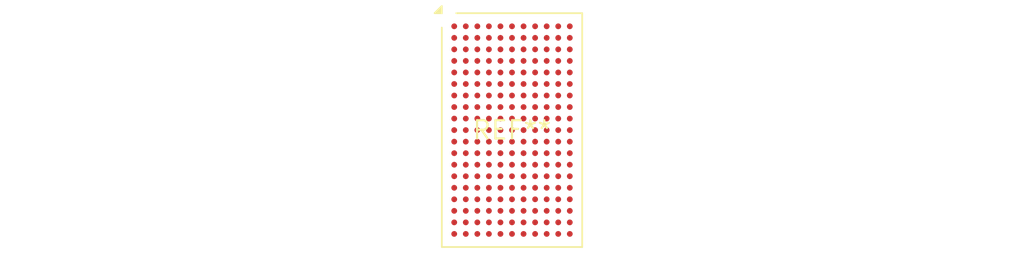
<source format=kicad_pcb>
(kicad_pcb (version 20240108) (generator pcbnew)
  (layers (0 "F.Cu" signal) (31 "B.Cu" signal) (34 "B.Paste" user) (35 "F.Paste" user) (36 "B.SilkS" user "B.Silkscreen") (37 "F.SilkS" user "F.Silkscreen") (38 "B.Mask" user) (39 "F.Mask" user) (44 "Edge.Cuts" user))
  (net 0 "")
  (footprint "Analog_BGA-209_9.5x16mm_Layout11x19_P0.8mm_Ball0.5mm_Pad0.4mm" (layer "F.Cu") (at 0 0)
    (property "Reference" "REF**")
    (property "Value" "Analog_BGA-209_9.5x16mm_Layout11x19_P0.8mm_Ball0.5mm_Pad0.4mm")
    (fp_line (start -4.86 8.11) (end -4.86 -7.11) (layer "F.SilkS") (stroke (width 0.12)))
    (fp_line (start -3.86 -8.11) (end 4.86 -8.11) (layer "F.SilkS") (stroke (width 0.12)))
    (fp_line (start 4.86 -8.11) (end 4.86 8.11) (layer "F.SilkS") (stroke (width 0.12)))
    (fp_line (start 4.86 8.11) (end -4.86 8.11) (layer "F.SilkS") (stroke (width 0.12)))
    (fp_poly (pts (xy -4.86 -8.11) (xy -5.36 -8.11) (xy -4.86 -8.61) (xy -4.86 -8.11)) (layer "F.SilkS") (stroke (width 0.12)) (fill solid))
    (pad "A1" smd circle (at -4 -7.2) (size 0.4 0.4) (property pad_prop_bga) (layers "F.Cu" "F.Paste" "F.Mask"))
    (pad "A2" smd circle (at -3.2 -7.2) (size 0.4 0.4) (property pad_prop_bga) (layers "F.Cu" "F.Paste" "F.Mask"))
    (pad "A3" smd circle (at -2.4 -7.2) (size 0.4 0.4) (property pad_prop_bga) (layers "F.Cu" "F.Paste" "F.Mask"))
    (pad "A4" smd circle (at -1.6 -7.2) (size 0.4 0.4) (property pad_prop_bga) (layers "F.Cu" "F.Paste" "F.Mask"))
    (pad "A5" smd circle (at -0.8 -7.2) (size 0.4 0.4) (property pad_prop_bga) (layers "F.Cu" "F.Paste" "F.Mask"))
    (pad "A6" smd circle (at 0 -7.2) (size 0.4 0.4) (property pad_prop_bga) (layers "F.Cu" "F.Paste" "F.Mask"))
    (pad "A7" smd circle (at 0.8 -7.2) (size 0.4 0.4) (property pad_prop_bga) (layers "F.Cu" "F.Paste" "F.Mask"))
    (pad "A8" smd circle (at 1.6 -7.2) (size 0.4 0.4) (property pad_prop_bga) (layers "F.Cu" "F.Paste" "F.Mask"))
    (pad "A9" smd circle (at 2.4 -7.2) (size 0.4 0.4) (property pad_prop_bga) (layers "F.Cu" "F.Paste" "F.Mask"))
    (pad "A10" smd circle (at 3.2 -7.2) (size 0.4 0.4) (property pad_prop_bga) (layers "F.Cu" "F.Paste" "F.Mask"))
    (pad "A11" smd circle (at 4 -7.2) (size 0.4 0.4) (property pad_prop_bga) (layers "F.Cu" "F.Paste" "F.Mask"))
    (pad "B1" smd circle (at -4 -6.4) (size 0.4 0.4) (property pad_prop_bga) (layers "F.Cu" "F.Paste" "F.Mask"))
    (pad "B2" smd circle (at -3.2 -6.4) (size 0.4 0.4) (property pad_prop_bga) (layers "F.Cu" "F.Paste" "F.Mask"))
    (pad "B3" smd circle (at -2.4 -6.4) (size 0.4 0.4) (property pad_prop_bga) (layers "F.Cu" "F.Paste" "F.Mask"))
    (pad "B4" smd circle (at -1.6 -6.4) (size 0.4 0.4) (property pad_prop_bga) (layers "F.Cu" "F.Paste" "F.Mask"))
    (pad "B5" smd circle (at -0.8 -6.4) (size 0.4 0.4) (property pad_prop_bga) (layers "F.Cu" "F.Paste" "F.Mask"))
    (pad "B6" smd circle (at 0 -6.4) (size 0.4 0.4) (property pad_prop_bga) (layers "F.Cu" "F.Paste" "F.Mask"))
    (pad "B7" smd circle (at 0.8 -6.4) (size 0.4 0.4) (property pad_prop_bga) (layers "F.Cu" "F.Paste" "F.Mask"))
    (pad "B8" smd circle (at 1.6 -6.4) (size 0.4 0.4) (property pad_prop_bga) (layers "F.Cu" "F.Paste" "F.Mask"))
    (pad "B9" smd circle (at 2.4 -6.4) (size 0.4 0.4) (property pad_prop_bga) (layers "F.Cu" "F.Paste" "F.Mask"))
    (pad "B10" smd circle (at 3.2 -6.4) (size 0.4 0.4) (property pad_prop_bga) (layers "F.Cu" "F.Paste" "F.Mask"))
    (pad "B11" smd circle (at 4 -6.4) (size 0.4 0.4) (property pad_prop_bga) (layers "F.Cu" "F.Paste" "F.Mask"))
    (pad "C1" smd circle (at -4 -5.6) (size 0.4 0.4) (property pad_prop_bga) (layers "F.Cu" "F.Paste" "F.Mask"))
    (pad "C2" smd circle (at -3.2 -5.6) (size 0.4 0.4) (property pad_prop_bga) (layers "F.Cu" "F.Paste" "F.Mask"))
    (pad "C3" smd circle (at -2.4 -5.6) (size 0.4 0.4) (property pad_prop_bga) (layers "F.Cu" "F.Paste" "F.Mask"))
    (pad "C4" smd circle (at -1.6 -5.6) (size 0.4 0.4) (property pad_prop_bga) (layers "F.Cu" "F.Paste" "F.Mask"))
    (pad "C5" smd circle (at -0.8 -5.6) (size 0.4 0.4) (property pad_prop_bga) (layers "F.Cu" "F.Paste" "F.Mask"))
    (pad "C6" smd circle (at 0 -5.6) (size 0.4 0.4) (property pad_prop_bga) (layers "F.Cu" "F.Paste" "F.Mask"))
    (pad "C7" smd circle (at 0.8 -5.6) (size 0.4 0.4) (property pad_prop_bga) (layers "F.Cu" "F.Paste" "F.Mask"))
    (pad "C8" smd circle (at 1.6 -5.6) (size 0.4 0.4) (property pad_prop_bga) (layers "F.Cu" "F.Paste" "F.Mask"))
    (pad "C9" smd circle (at 2.4 -5.6) (size 0.4 0.4) (property pad_prop_bga) (layers "F.Cu" "F.Paste" "F.Mask"))
    (pad "C10" smd circle (at 3.2 -5.6) (size 0.4 0.4) (property pad_prop_bga) (layers "F.Cu" "F.Paste" "F.Mask"))
    (pad "C11" smd circle (at 4 -5.6) (size 0.4 0.4) (property pad_prop_bga) (layers "F.Cu" "F.Paste" "F.Mask"))
    (pad "D1" smd circle (at -4 -4.8) (size 0.4 0.4) (property pad_prop_bga) (layers "F.Cu" "F.Paste" "F.Mask"))
    (pad "D2" smd circle (at -3.2 -4.8) (size 0.4 0.4) (property pad_prop_bga) (layers "F.Cu" "F.Paste" "F.Mask"))
    (pad "D3" smd circle (at -2.4 -4.8) (size 0.4 0.4) (property pad_prop_bga) (layers "F.Cu" "F.Paste" "F.Mask"))
    (pad "D4" smd circle (at -1.6 -4.8) (size 0.4 0.4) (property pad_prop_bga) (layers "F.Cu" "F.Paste" "F.Mask"))
    (pad "D5" smd circle (at -0.8 -4.8) (size 0.4 0.4) (property pad_prop_bga) (layers "F.Cu" "F.Paste" "F.Mask"))
    (pad "D6" smd circle (at 0 -4.8) (size 0.4 0.4) (property pad_prop_bga) (layers "F.Cu" "F.Paste" "F.Mask"))
    (pad "D7" smd circle (at 0.8 -4.8) (size 0.4 0.4) (property pad_prop_bga) (layers "F.Cu" "F.Paste" "F.Mask"))
    (pad "D8" smd circle (at 1.6 -4.8) (size 0.4 0.4) (property pad_prop_bga) (layers "F.Cu" "F.Paste" "F.Mask"))
    (pad "D9" smd circle (at 2.4 -4.8) (size 0.4 0.4) (property pad_prop_bga) (layers "F.Cu" "F.Paste" "F.Mask"))
    (pad "D10" smd circle (at 3.2 -4.8) (size 0.4 0.4) (property pad_prop_bga) (layers "F.Cu" "F.Paste" "F.Mask"))
    (pad "D11" smd circle (at 4 -4.8) (size 0.4 0.4) (property pad_prop_bga) (layers "F.Cu" "F.Paste" "F.Mask"))
    (pad "E1" smd circle (at -4 -4) (size 0.4 0.4) (property pad_prop_bga) (layers "F.Cu" "F.Paste" "F.Mask"))
    (pad "E2" smd circle (at -3.2 -4) (size 0.4 0.4) (property pad_prop_bga) (layers "F.Cu" "F.Paste" "F.Mask"))
    (pad "E3" smd circle (at -2.4 -4) (size 0.4 0.4) (property pad_prop_bga) (layers "F.Cu" "F.Paste" "F.Mask"))
    (pad "E4" smd circle (at -1.6 -4) (size 0.4 0.4) (property pad_prop_bga) (layers "F.Cu" "F.Paste" "F.Mask"))
    (pad "E5" smd circle (at -0.8 -4) (size 0.4 0.4) (property pad_prop_bga) (layers "F.Cu" "F.Paste" "F.Mask"))
    (pad "E6" smd circle (at 0 -4) (size 0.4 0.4) (property pad_prop_bga) (layers "F.Cu" "F.Paste" "F.Mask"))
    (pad "E7" smd circle (at 0.8 -4) (size 0.4 0.4) (property pad_prop_bga) (layers "F.Cu" "F.Paste" "F.Mask"))
    (pad "E8" smd circle (at 1.6 -4) (size 0.4 0.4) (property pad_prop_bga) (layers "F.Cu" "F.Paste" "F.Mask"))
    (pad "E9" smd circle (at 2.4 -4) (size 0.4 0.4) (property pad_prop_bga) (layers "F.Cu" "F.Paste" "F.Mask"))
    (pad "E10" smd circle (at 3.2 -4) (size 0.4 0.4) (property pad_prop_bga) (layers "F.Cu" "F.Paste" "F.Mask"))
    (pad "E11" smd circle (at 4 -4) (size 0.4 0.4) (property pad_prop_bga) (layers "F.Cu" "F.Paste" "F.Mask"))
    (pad "F1" smd circle (at -4 -3.2) (size 0.4 0.4) (property pad_prop_bga) (layers "F.Cu" "F.Paste" "F.Mask"))
    (pad "F2" smd circle (at -3.2 -3.2) (size 0.4 0.4) (property pad_prop_bga) (layers "F.Cu" "F.Paste" "F.Mask"))
    (pad "F3" smd circle (at -2.4 -3.2) (size 0.4 0.4) (property pad_prop_bga) (layers "F.Cu" "F.Paste" "F.Mask"))
    (pad "F4" smd circle (at -1.6 -3.2) (size 0.4 0.4) (property pad_prop_bga) (layers "F.Cu" "F.Paste" "F.Mask"))
    (pad "F5" smd circle (at -0.8 -3.2) (size 0.4 0.4) (property pad_prop_bga) (layers "F.Cu" "F.Paste" "F.Mask"))
    (pad "F6" smd circle (at 0 -3.2) (size 0.4 0.4) (property pad_prop_bga) (layers "F.Cu" "F.Paste" "F.Mask"))
    (pad "F7" smd circle (at 0.8 -3.2) (size 0.4 0.4) (property pad_prop_bga) (layers "F.Cu" "F.Paste" "F.Mask"))
    (pad "F8" smd circle (at 1.6 -3.2) (size 0.4 0.4) (property pad_prop_bga) (layers "F.Cu" "F.Paste" "F.Mask"))
    (pad "F9" smd circle (at 2.4 -3.2) (size 0.4 0.4) (property pad_prop_bga) (layers "F.Cu" "F.Paste" "F.Mask"))
    (pad "F10" smd circle (at 3.2 -3.2) (size 0.4 0.4) (property pad_prop_bga) (layers "F.Cu" "F.Paste" "F.Mask"))
    (pad "F11" smd circle (at 4 -3.2) (size 0.4 0.4) (property pad_prop_bga) (layers "F.Cu" "F.Paste" "F.Mask"))
    (pad "G1" smd circle (at -4 -2.4) (size 0.4 0.4) (property pad_prop_bga) (layers "F.Cu" "F.Paste" "F.Mask"))
    (pad "G2" smd circle (at -3.2 -2.4) (size 0.4 0.4) (property pad_prop_bga) (layers "F.Cu" "F.Paste" "F.Mask"))
    (pad "G3" smd circle (at -2.4 -2.4) (size 0.4 0.4) (property pad_prop_bga) (layers "F.Cu" "F.Paste" "F.Mask"))
    (pad "G4" smd circle (at -1.6 -2.4) (size 0.4 0.4) (property pad_prop_bga) (layers "F.Cu" "F.Paste" "F.Mask"))
    (pad "G5" smd circle (at -0.8 -2.4) (size 0.4 0.4) (property pad_prop_bga) (layers "F.Cu" "F.Paste" "F.Mask"))
    (pad "G6" smd circle (at 0 -2.4) (size 0.4 0.4) (property pad_prop_bga) (layers "F.Cu" "F.Paste" "F.Mask"))
    (pad "G7" smd circle (at 0.8 -2.4) (size 0.4 0.4) (property pad_prop_bga) (layers "F.Cu" "F.Paste" "F.Mask"))
    (pad "G8" smd circle (at 1.6 -2.4) (size 0.4 0.4) (property pad_prop_bga) (layers "F.Cu" "F.Paste" "F.Mask"))
    (pad "G9" smd circle (at 2.4 -2.4) (size 0.4 0.4) (property pad_prop_bga) (layers "F.Cu" "F.Paste" "F.Mask"))
    (pad "G10" smd circle (at 3.2 -2.4) (size 0.4 0.4) (property pad_prop_bga) (layers "F.Cu" "F.Paste" "F.Mask"))
    (pad "G11" smd circle (at 4 -2.4) (size 0.4 0.4) (property pad_prop_bga) (layers "F.Cu" "F.Paste" "F.Mask"))
    (pad "H1" smd circle (at -4 -1.6) (size 0.4 0.4) (property pad_prop_bga) (layers "F.Cu" "F.Paste" "F.Mask"))
    (pad "H2" smd circle (at -3.2 -1.6) (size 0.4 0.4) (property pad_prop_bga) (layers "F.Cu" "F.Paste" "F.Mask"))
    (pad "H3" smd circle (at -2.4 -1.6) (size 0.4 0.4) (property pad_prop_bga) (layers "F.Cu" "F.Paste" "F.Mask"))
    (pad "H4" smd circle (at -1.6 -1.6) (size 0.4 0.4) (property pad_prop_bga) (layers "F.Cu" "F.Paste" "F.Mask"))
    (pad "H5" smd circle (at -0.8 -1.6) (size 0.4 0.4) (property pad_prop_bga) (layers "F.Cu" "F.Paste" "F.Mask"))
    (pad "H6" smd circle (at 0 -1.6) (size 0.4 0.4) (property pad_prop_bga) (layers "F.Cu" "F.Paste" "F.Mask"))
    (pad "H7" smd circle (at 0.8 -1.6) (size 0.4 0.4) (property pad_prop_bga) (layers "F.Cu" "F.Paste" "F.Mask"))
    (pad "H8" smd circle (at 1.6 -1.6) (size 0.4 0.4) (property pad_prop_bga) (layers "F.Cu" "F.Paste" "F.Mask"))
    (pad "H9" smd circle (at 2.4 -1.6) (size 0.4 0.4) (property pad_prop_bga) (layers "F.Cu" "F.Paste" "F.Mask"))
    (pad "H10" smd circle (at 3.2 -1.6) (size 0.4 0.4) (property pad_prop_bga) (layers "F.Cu" "F.Paste" "F.Mask"))
    (pad "H11" smd circle (at 4 -1.6) (size 0.4 0.4) (property pad_prop_bga) (layers "F.Cu" "F.Paste" "F.Mask"))
    (pad "J1" smd circle (at -4 -0.8) (size 0.4 0.4) (property pad_prop_bga) (layers "F.Cu" "F.Paste" "F.Mask"))
    (pad "J2" smd circle (at -3.2 -0.8) (size 0.4 0.4) (property pad_prop_bga) (layers "F.Cu" "F.Paste" "F.Mask"))
    (pad "J3" smd circle (at -2.4 -0.8) (size 0.4 0.4) (property pad_prop_bga) (layers "F.Cu" "F.Paste" "F.Mask"))
    (pad "J4" smd circle (at -1.6 -0.8) (size 0.4 0.4) (property pad_prop_bga) (layers "F.Cu" "F.Paste" "F.Mask"))
    (pad "J5" smd circle (at -0.8 -0.8) (size 0.4 0.4) (property pad_prop_bga) (layers "F.Cu" "F.Paste" "F.Mask"))
    (pad "J6" smd circle (at 0 -0.8) (size 0.4 0.4) (property pad_prop_bga) (layers "F.Cu" "F.Paste" "F.Mask"))
    (pad "J7" smd circle (at 0.8 -0.8) (size 0.4 0.4) (property pad_prop_bga) (layers "F.Cu" "F.Paste" "F.Mask"))
    (pad "J8" smd circle (at 1.6 -0.8) (size 0.4 0.4) (property pad_prop_bga) (layers "F.Cu" "F.Paste" "F.Mask"))
    (pad "J9" smd circle (at 2.4 -0.8) (size 0.4 0.4) (property pad_prop_bga) (layers "F.Cu" "F.Paste" "F.Mask"))
    (pad "J10" smd circle (at 3.2 -0.8) (size 0.4 0.4) (property pad_prop_bga) (layers "F.Cu" "F.Paste" "F.Mask"))
    (pad "J11" smd circle (at 4 -0.8) (size 0.4 0.4) (property pad_prop_bga) (layers "F.Cu" "F.Paste" "F.Mask"))
    (pad "K1" smd circle (at -4 0) (size 0.4 0.4) (property pad_prop_bga) (layers "F.Cu" "F.Paste" "F.Mask"))
    (pad "K2" smd circle (at -3.2 0) (size 0.4 0.4) (property pad_prop_bga) (layers "F.Cu" "F.Paste" "F.Mask"))
    (pad "K3" smd circle (at -2.4 0) (size 0.4 0.4) (property pad_prop_bga) (layers "F.Cu" "F.Paste" "F.Mask"))
    (pad "K4" smd circle (at -1.6 0) (size 0.4 0.4) (property pad_prop_bga) (layers "F.Cu" "F.Paste" "F.Mask"))
    (pad "K5" smd circle (at -0.8 0) (size 0.4 0.4) (property pad_prop_bga) (layers "F.Cu" "F.Paste" "F.Mask"))
    (pad "K6" smd circle (at 0 0) (size 0.4 0.4) (property pad_prop_bga) (layers "F.Cu" "F.Paste" "F.Mask"))
    (pad "K7" smd circle (at 0.8 0) (size 0.4 0.4) (property pad_prop_bga) (layers "F.Cu" "F.Paste" "F.Mask"))
    (pad "K8" smd circle (at 1.6 0) (size 0.4 0.4) (property pad_prop_bga) (layers "F.Cu" "F.Paste" "F.Mask"))
    (pad "K9" smd circle (at 2.4 0) (size 0.4 0.4) (property pad_prop_bga) (layers "F.Cu" "F.Paste" "F.Mask"))
    (pad "K10" smd circle (at 3.2 0) (size 0.4 0.4) (property pad_prop_bga) (layers "F.Cu" "F.Paste" "F.Mask"))
    (pad "K11" smd circle (at 4 0) (size 0.4 0.4) (property pad_prop_bga) (layers "F.Cu" "F.Paste" "F.Mask"))
    (pad "L1" smd circle (at -4 0.8) (size 0.4 0.4) (property pad_prop_bga) (layers "F.Cu" "F.Paste" "F.Mask"))
    (pad "L2" smd circle (at -3.2 0.8) (size 0.4 0.4) (property pad_prop_bga) (layers "F.Cu" "F.Paste" "F.Mask"))
    (pad "L3" smd circle (at -2.4 0.8) (size 0.4 0.4) (property pad_prop_bga) (layers "F.Cu" "F.Paste" "F.Mask"))
    (pad "L4" smd circle (at -1.6 0.8) (size 0.4 0.4) (property pad_prop_bga) (layers "F.Cu" "F.Paste" "F.Mask"))
    (pad "L5" smd circle (at -0.8 0.8) (size 0.4 0.4) (property pad_prop_bga) (layers "F.Cu" "F.Paste" "F.Mask"))
    (pad "L6" smd circle (at 0 0.8) (size 0.4 0.4) (property pad_prop_bga) (layers "F.Cu" "F.Paste" "F.Mask"))
    (pad "L7" smd circle (at 0.8 0.8) (size 0.4 0.4) (property pad_prop_bga) (layers "F.Cu" "F.Paste" "F.Mask"))
    (pad "L8" smd circle (at 1.6 0.8) (size 0.4 0.4) (property pad_prop_bga) (layers "F.Cu" "F.Paste" "F.Mask"))
    (pad "L9" smd circle (at 2.4 0.8) (size 0.4 0.4) (property pad_prop_bga) (layers "F.Cu" "F.Paste" "F.Mask"))
    (pad "L10" smd circle (at 3.2 0.8) (size 0.4 0.4) (property pad_prop_bga) (layers "F.Cu" "F.Paste" "F.Mask"))
    (pad "L11" smd circle (at 4 0.8) (size 0.4 0.4) (property pad_prop_bga) (layers "F.Cu" "F.Paste" "F.Mask"))
    (pad "M1" smd circle (at -4 1.6) (size 0.4 0.4) (property pad_prop_bga) (layers "F.Cu" "F.Paste" "F.Mask"))
    (pad "M2" smd circle (at -3.2 1.6) (size 0.4 0.4) (property pad_prop_bga) (layers "F.Cu" "F.Paste" "F.Mask"))
    (pad "M3" smd circle (at -2.4 1.6) (size 0.4 0.4) (property pad_prop_bga) (layers "F.Cu" "F.Paste" "F.Mask"))
    (pad "M4" smd circle (at -1.6 1.6) (size 0.4 0.4) (property pad_prop_bga) (layers "F.Cu" "F.Paste" "F.Mask"))
    (pad "M5" smd circle (at -0.8 1.6) (size 0.4 0.4) (property pad_prop_bga) (layers "F.Cu" "F.Paste" "F.Mask"))
    (pad "M6" smd circle (at 0 1.6) (size 0.4 0.4) (property pad_prop_bga) (layers "F.Cu" "F.Paste" "F.Mask"))
    (pad "M7" smd circle (at 0.8 1.6) (size 0.4 0.4) (property pad_prop_bga) (layers "F.Cu" "F.Paste" "F.Mask"))
    (pad "M8" smd circle (at 1.6 1.6) (size 0.4 0.4) (property pad_prop_bga) (layers "F.Cu" "F.Paste" "F.Mask"))
    (pad "M9" smd circle (at 2.4 1.6) (size 0.4 0.4) (property pad_prop_bga) (layers "F.Cu" "F.Paste" "F.Mask"))
    (pad "M10" smd circle (at 3.2 1.6) (size 0.4 0.4) (property pad_prop_bga) (layers "F.Cu" "F.Paste" "F.Mask"))
    (pad "M11" smd circle (at 4 1.6) (size 0.4 0.4) (property pad_prop_bga) (layers "F.Cu" "F.Paste" "F.Mask"))
    (pad "N1" smd circle (at -4 2.4) (size 0.4 0.4) (property pad_prop_bga) (layers "F.Cu" "F.Paste" "F.Mask"))
    (pad "N2" smd circle (at -3.2 2.4) (size 0.4 0.4) (property pad_prop_bga) (layers "F.Cu" "F.Paste" "F.Mask"))
    (pad "N3" smd circle (at -2.4 2.4) (size 0.4 0.4) (property pad_prop_bga) (layers "F.Cu" "F.Paste" "F.Mask"))
    (pad "N4" smd circle (at -1.6 2.4) (size 0.4 0.4) (property pad_prop_bga) (layers "F.Cu" "F.Paste" "F.Mask"))
    (pad "N5" smd circle (at -0.8 2.4) (size 0.4 0.4) (property pad_prop_bga) (layers "F.Cu" "F.Paste" "F.Mask"))
    (pad "N6" smd circle (at 0 2.4) (size 0.4 0.4) (property pad_prop_bga) (layers "F.Cu" "F.Paste" "F.Mask"))
    (pad "N7" smd circle (at 0.8 2.4) (size 0.4 0.4) (property pad_prop_bga) (layers "F.Cu" "F.Paste" "F.Mask"))
    (pad "N8" smd circle (at 1.6 2.4) (size 0.4 0.4) (property pad_prop_bga) (layers "F.Cu" "F.Paste" "F.Mask"))
    (pad "N9" smd circle (at 2.4 2.4) (size 0.4 0.4) (property pad_prop_bga) (layers "F.Cu" "F.Paste" "F.Mask"))
    (pad "N10" smd circle (at 3.2 2.4) (size 0.4 0.4) (property pad_prop_bga) (layers "F.Cu" "F.Paste" "F.Mask"))
    (pad "N11" smd circle (at 4 2.4) (size 0.4 0.4) (property pad_prop_bga) (layers "F.Cu" "F.Paste" "F.Mask"))
    (pad "P1" smd circle (at -4 3.2) (size 0.4 0.4) (property pad_prop_bga) (layers "F.Cu" "F.Paste" "F.Mask"))
    (pad "P2" smd circle (at -3.2 3.2) (size 0.4 0.4) (property pad_prop_bga) (layers "F.Cu" "F.Paste" "F.Mask"))
    (pad "P3" smd circle (at -2.4 3.2) (size 0.4 0.4) (property pad_prop_bga) (layers "F.Cu" "F.Paste" "F.Mask"))
    (pad "P4" smd circle (at -1.6 3.2) (size 0.4 0.4) (property pad_prop_bga) (layers "F.Cu" "F.Paste" "F.Mask"))
    (pad "P5" smd circle (at -0.8 3.2) (size 0.4 0.4) (property pad_prop_bga) (layers "F.Cu" "F.Paste" "F.Mask"))
    (pad "P6" smd circle (at 0 3.2) (size 0.4 0.4) (property pad_prop_bga) (layers "F.Cu" "F.Paste" "F.Mask"))
    (pad "P7" smd circle (at 0.8 3.2) (size 0.4 0.4) (property pad_prop_bga) (layers "F.Cu" "F.Paste" "F.Mask"))
    (pad "P8" smd circle (at 1.6 3.2) (size 0.4 0.4) (property pad_prop_bga) (layers "F.Cu" "F.Paste" "F.Mask"))
    (pad "P9" smd circle (at 2.4 3.2) (size 0.4 0.4) (property pad_prop_bga) (layers "F.Cu" "F.Paste" "F.Mask"))
    (pad "P10" smd circle (at 3.2 3.2) (size 0.4 0.4) (property pad_prop_bga) (layers "F.Cu" "F.Paste" "F.Mask"))
    (pad "P11" smd circle (at 4 3.2) (size 0.4 0.4) (property pad_prop_bga) (layers "F.Cu" "F.Paste" "F.Mask"))
    (pad "R1" smd circle (at -4 4) (size 0.4 0.4) (property pad_prop_bga) (layers "F.Cu" "F.Paste" "F.Mask"))
    (pad "R2" smd circle (at -3.2 4) (size 0.4 0.4) (property pad_prop_bga) (layers "F.Cu" "F.Paste" "F.Mask"))
    (pad "R3" smd circle (at -2.4 4) (size 0.4 0.4) (property pad_prop_bga) (layers "F.Cu" "F.Paste" "F.Mask"))
    (pad "R4" smd circle (at -1.6 4) (size 0.4 0.4) (property pad_prop_bga) (layers "F.Cu" "F.Paste" "F.Mask"))
    (pad "R5" smd circle (at -0.8 4) (size 0.4 0.4) (property pad_prop_bga) (layers "F.Cu" "F.Paste" "F.Mask"))
    (pad "R6" smd circle (at 0 4) (size 0.4 0.4) (property pad_prop_bga) (layers "F.Cu" "F.Paste" "F.Mask"))
    (pad "R7" smd circle (at 0.8 4) (size 0.4 0.4) (property pad_prop_bga) (layers "F.Cu" "F.Paste" "F.Mask"))
    (pad "R8" smd circle (at 1.6 4) (size 0.4 0.4) (property pad_prop_bga) (layers "F.Cu" "F.Paste" "F.Mask"))
    (pad "R9" smd circle (at 2.4 4) (size 0.4 0.4) (property pad_prop_bga) (layers "F.Cu" "F.Paste" "F.Mask"))
    (pad "R10" smd circle (at 3.2 4) (size 0.4 0.4) (property pad_prop_bga) (layers "F.Cu" "F.Paste" "F.Mask"))
    (pad "R11" smd circle (at 4 4) (size 0.4 0.4) (property pad_prop_bga) (layers "F.Cu" "F.Paste" "F.Mask"))
    (pad "T1" smd circle (at -4 4.8) (size 0.4 0.4) (property pad_prop_bga) (layers "F.Cu" "F.Paste" "F.Mask"))
    (pad "T2" smd circle (at -3.2 4.8) (size 0.4 0.4) (property pad_prop_bga) (layers "F.Cu" "F.Paste" "F.Mask"))
    (pad "T3" smd circle (at -2.4 4.8) (size 0.4 0.4) (property pad_prop_bga) (layers "F.Cu" "F.Paste" "F.Mask"))
    (pad "T4" smd circle (at -1.6 4.8) (size 0.4 0.4) (property pad_prop_bga) (layers "F.Cu" "F.Paste" "F.Mask"))
    (pad "T5" smd circle (at -0.8 4.8) (size 0.4 0.4) (property pad_prop_bga) (layers "F.Cu" "F.Paste" "F.Mask"))
    (pad "T6" smd circle (at 0 4.8) (size 0.4 0.4) (property pad_prop_bga) (layers "F.Cu" "F.Paste" "F.Mask"))
    (pad "T7" smd circle (at 0.8 4.8) (size 0.4 0.4) (property pad_prop_bga) (layers "F.Cu" "F.Paste" "F.Mask"))
    (pad "T8" smd circle (at 1.6 4.8) (size 0.4 0.4) (property pad_prop_bga) (layers "F.Cu" "F.Paste" "F.Mask"))
    (pad "T9" smd circle (at 2.4 4.8) (size 0.4 0.4) (property pad_prop_bga) (layers "F.Cu" "F.Paste" "F.Mask"))
    (pad "T10" smd circle (at 3.2 4.8) (size 0.4 0.4) (property pad_prop_bga) (layers "F.Cu" "F.Paste" "F.Mask"))
    (pad "T11" smd circle (at 4 4.8) (size 0.4 0.4) (property pad_prop_bga) (layers "F.Cu" "F.Paste" "F.Mask"))
    (pad "U1" smd circle (at -4 5.6) (size 0.4 0.4) (property pad_prop_bga) (layers "F.Cu" "F.Paste" "F.Mask"))
    (pad "U2" smd circle (at -3.2 5.6) (size 0.4 0.4) (property pad_prop_bga) (layers "F.Cu" "F.Paste" "F.Mask"))
    (pad "U3" smd circle (at -2.4 5.6) (size 0.4 0.4) (property pad_prop_bga) (layers "F.Cu" "F.Paste" "F.Mask"))
    (pad "U4" smd circle (at -1.6 5.6) (size 0.4 0.4) (property pad_prop_bga) (layers "F.Cu" "F.Paste" "F.Mask"))
    (pad "U5" smd circle (at -0.8 5.6) (size 0.4 0.4) (property pad_prop_bga) (layers "F.Cu" "F.Paste" "F.Mask"))
    (pad "U6" smd circle (at 0 5.6) (size 0.4 0.4) (property pad_prop_bga) (layers "F.Cu" "F.Paste" "F.Mask"))
    (pad "U7" smd circle (at 0.8 5.6) (size 0.4 0.4) (property pad_prop_bga) (layers "F.Cu" "F.Paste" "F.Mask"))
    (pad "U8" smd circle (at 1.6 5.6) (size 0.4 0.4) (property pad_prop_bga) (layers "F.Cu" "F.Paste" "F.Mask"))
    (pad "U9" smd circle (at 2.4 5.6) (size 0.4 0.4) (property pad_prop_bga) (layers "F.Cu" "F.Paste" "F.Mask"))
    (pad "U10" smd circle (at 3.2 5.6) (size 0.4 0.4) (property pad_prop_bga) (layers "F.Cu" "F.Paste" "F.Mask"))
    (pad "U11" smd circle (at 4 5.6) (size 0.4 0.4) (property pad_prop_bga) (layers "F.Cu" "F.Paste" "F.Mask"))
    (pad "V1" smd circle (at -4 6.4) (size 0.4 0.4) (property pad_prop_bga) (layers "F.Cu" "F.Paste" "F.Mask"))
    (pad "V2" smd circle (at -3.2 6.4) (size 0.4 0.4) (property pad_prop_bga) (layers "F.Cu" "F.Paste" "F.Mask"))
    (pad "V3" smd circle (at -2.4 6.4) (size 0.4 0.4) (property pad_prop_bga) (layers "F.Cu" "F.Paste" "F.Mask"))
    (pad "V4" smd circle (at -1.6 6.4) (size 0.4 0.4) (property pad_prop_bga) (layers "F.Cu" "F.Paste" "F.Mask"))
    (pad "V5" smd circle (at -0.8 6.4) (size 0.4 0.4) (property pad_prop_bga) (layers "F.Cu" "F.Paste" "F.Mask"))
    (pad "V6" smd circle (at 0 6.4) (size 0.4 0.4) (property pad_prop_bga) (layers "F.Cu" "F.Paste" "F.Mask"))
    (pad "V7" smd circle (at 0.8 6.4) (size 0.4 0.4) (property pad_prop_bga) (layers "F.Cu" "F.Paste" "F.Mask"))
    (pad "V8" smd circle (at 1.6 6.4) (size 0.4 0.4) (property pad_prop_bga) (layers "F.Cu" "F.Paste" "F.Mask"))
    (pad "V9" smd circle (at 2.4 6.4) (size 0.4 0.4) (property pad_prop_bga) (layers "F.Cu" "F.Paste" "F.Mask"))
    (pad "V10" smd circle (at 3.2 6.4) (size 0.4 0.4) (property pad_prop_bga) (layers "F.Cu" "F.Paste" "F.Mask"))
    (pad "V11" smd circle (at 4 6.4) (size 0.4 0.4) (property pad_prop_bga) (layers "F.Cu" "F.Paste" "F.Mask"))
    (pad "W1" smd circle (at -4 7.2) (size 0.4 0.4) (property pad_prop_bga) (layers "F.Cu" "F.Paste" "F.Mask"))
    (pad "W2" smd circle (at -3.2 7.2) (size 0.4 0.4) (property pad_prop_bga) (layers "F.Cu" "F.Paste" "F.Mask"))
    (pad "W3" smd circle (at -2.4 7.2) (size 0.4 0.4) (property pad_prop_bga) (layers "F.Cu" "F.Paste" "F.Mask"))
    (pad "W4" smd circle (at -1.6 7.2) (size 0.4 0.4) (property pad_prop_bga) (layers "F.Cu" "F.Paste" "F.Mask"))
    (pad "W5" smd circle (at -0.8 7.2) (size 0.4 0.4) (property pad_prop_bga) (layers "F.Cu" "F.Paste" "F.Mask"))
    (pad "W6" smd circle (at 0 7.2) (size 0.4 0.4) (property pad_prop_bga) (layers "F.Cu" "F.Paste" "F.Mask"))
    (pad "W7" smd circle (at 0.8 7.2) (size 0.4 0.4) (property pad_prop_bga) (layers "F.Cu" "F.Paste" "F.Mask"))
    (pad "W8" smd circle (at 1.6 7.2) (size 0.4 0.4) (property pad_prop_bga) (layers "F.Cu" "F.Paste" "F.Mask"))
    (pad "W9" smd circle (at 2.4 7.2) (size 0.4 0.4) (property pad_prop_bga) (layers "F.Cu" "F.Paste" "F.Mask"))
    (pad "W10" smd circle (at 3.2 7.2) (size 0.4 0.4) (property pad_prop_bga) (layers "F.Cu" "F.Paste" "F.Mask"))
    (pad "W11" smd circle (at 4 7.2) (size 0.4 0.4) (property pad_prop_bga) (layers "F.Cu" "F.Paste" "F.Mask"))
  )
)
</source>
